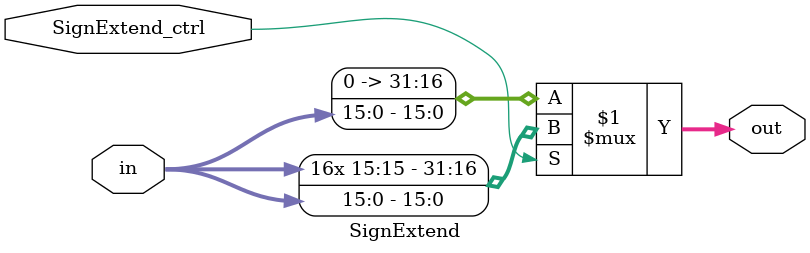
<source format=v>
`timescale 1ns / 1ps


module SignExtend(in,out,SignExtend_ctrl);			//input output and sigex_ctrl logic from ctrl unit

parameter BUS_WIDTH = 16;							//default parameter of 16

input [BUS_WIDTH-1:0]in;							//input
input SignExtend_ctrl;
output [31:0]out;


//signextend MSB and pad it - based on ctrl logic
assign out = (SignExtend_ctrl) ? { {(32-BUS_WIDTH){in[BUS_WIDTH-1]}} ,in} :  { {(32-BUS_WIDTH){1'b0}} ,in}; 

endmodule

</source>
